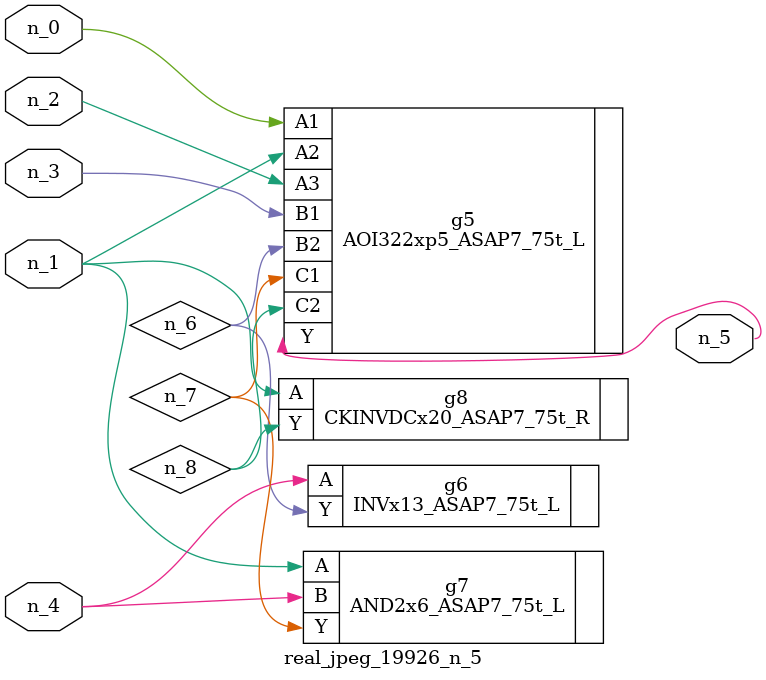
<source format=v>
module real_jpeg_19926_n_5 (n_4, n_0, n_1, n_2, n_3, n_5);

input n_4;
input n_0;
input n_1;
input n_2;
input n_3;

output n_5;

wire n_8;
wire n_6;
wire n_7;

AOI322xp5_ASAP7_75t_L g5 ( 
.A1(n_0),
.A2(n_1),
.A3(n_2),
.B1(n_3),
.B2(n_6),
.C1(n_7),
.C2(n_8),
.Y(n_5)
);

AND2x6_ASAP7_75t_L g7 ( 
.A(n_1),
.B(n_4),
.Y(n_7)
);

CKINVDCx20_ASAP7_75t_R g8 ( 
.A(n_1),
.Y(n_8)
);

INVx13_ASAP7_75t_L g6 ( 
.A(n_4),
.Y(n_6)
);


endmodule
</source>
